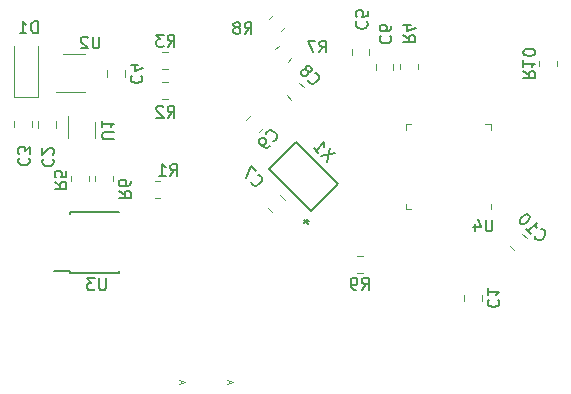
<source format=gbr>
%TF.GenerationSoftware,KiCad,Pcbnew,6.0.11+dfsg-1~bpo11+1*%
%TF.CreationDate,2023-05-28T01:22:36+00:00*%
%TF.ProjectId,PROGLOG01,50524f47-4c4f-4473-9031-2e6b69636164,B*%
%TF.SameCoordinates,Original*%
%TF.FileFunction,Legend,Bot*%
%TF.FilePolarity,Positive*%
%FSLAX46Y46*%
G04 Gerber Fmt 4.6, Leading zero omitted, Abs format (unit mm)*
G04 Created by KiCad (PCBNEW 6.0.11+dfsg-1~bpo11+1) date 2023-05-28 01:22:36*
%MOMM*%
%LPD*%
G01*
G04 APERTURE LIST*
%ADD10C,0.150000*%
%ADD11C,0.099060*%
%ADD12C,0.120000*%
G04 APERTURE END LIST*
D10*
%TO.C,U4*%
X204825504Y-126223780D02*
X204825504Y-127033304D01*
X204777885Y-127128542D01*
X204730266Y-127176161D01*
X204635028Y-127223780D01*
X204444552Y-127223780D01*
X204349314Y-127176161D01*
X204301695Y-127128542D01*
X204254076Y-127033304D01*
X204254076Y-126223780D01*
X203349314Y-126557114D02*
X203349314Y-127223780D01*
X203587409Y-126176161D02*
X203825504Y-126890447D01*
X203206457Y-126890447D01*
%TO.C,C3*%
X164768257Y-121019866D02*
X164720638Y-121067485D01*
X164673019Y-121210342D01*
X164673019Y-121305580D01*
X164720638Y-121448438D01*
X164815876Y-121543676D01*
X164911114Y-121591295D01*
X165101590Y-121638914D01*
X165244447Y-121638914D01*
X165434923Y-121591295D01*
X165530161Y-121543676D01*
X165625400Y-121448438D01*
X165673019Y-121305580D01*
X165673019Y-121210342D01*
X165625400Y-121067485D01*
X165577780Y-121019866D01*
X165673019Y-120686533D02*
X165673019Y-120067485D01*
X165292066Y-120400819D01*
X165292066Y-120257961D01*
X165244447Y-120162723D01*
X165196828Y-120115104D01*
X165101590Y-120067485D01*
X164863495Y-120067485D01*
X164768257Y-120115104D01*
X164720638Y-120162723D01*
X164673019Y-120257961D01*
X164673019Y-120543676D01*
X164720638Y-120638914D01*
X164768257Y-120686533D01*
%TO.C,U1*%
X172785019Y-119405304D02*
X171975495Y-119405304D01*
X171880257Y-119357685D01*
X171832638Y-119310066D01*
X171785019Y-119214828D01*
X171785019Y-119024352D01*
X171832638Y-118929114D01*
X171880257Y-118881495D01*
X171975495Y-118833876D01*
X172785019Y-118833876D01*
X171785019Y-117833876D02*
X171785019Y-118405304D01*
X171785019Y-118119590D02*
X172785019Y-118119590D01*
X172642161Y-118214828D01*
X172546923Y-118310066D01*
X172499304Y-118405304D01*
%TO.C,U2*%
X171551504Y-110729780D02*
X171551504Y-111539304D01*
X171503885Y-111634542D01*
X171456266Y-111682161D01*
X171361028Y-111729780D01*
X171170552Y-111729780D01*
X171075314Y-111682161D01*
X171027695Y-111634542D01*
X170980076Y-111539304D01*
X170980076Y-110729780D01*
X170551504Y-110825019D02*
X170503885Y-110777400D01*
X170408647Y-110729780D01*
X170170552Y-110729780D01*
X170075314Y-110777400D01*
X170027695Y-110825019D01*
X169980076Y-110920257D01*
X169980076Y-111015495D01*
X170027695Y-111158352D01*
X170599123Y-111729780D01*
X169980076Y-111729780D01*
%TO.C,C4*%
X174296857Y-114022166D02*
X174249238Y-114069785D01*
X174201619Y-114212642D01*
X174201619Y-114307880D01*
X174249238Y-114450738D01*
X174344476Y-114545976D01*
X174439714Y-114593595D01*
X174630190Y-114641214D01*
X174773047Y-114641214D01*
X174963523Y-114593595D01*
X175058761Y-114545976D01*
X175154000Y-114450738D01*
X175201619Y-114307880D01*
X175201619Y-114212642D01*
X175154000Y-114069785D01*
X175106380Y-114022166D01*
X174868285Y-113165023D02*
X174201619Y-113165023D01*
X175249238Y-113403119D02*
X174534952Y-113641214D01*
X174534952Y-113022166D01*
%TO.C,R3*%
X177331666Y-111577380D02*
X177665000Y-111101190D01*
X177903095Y-111577380D02*
X177903095Y-110577380D01*
X177522142Y-110577380D01*
X177426904Y-110625000D01*
X177379285Y-110672619D01*
X177331666Y-110767857D01*
X177331666Y-110910714D01*
X177379285Y-111005952D01*
X177426904Y-111053571D01*
X177522142Y-111101190D01*
X177903095Y-111101190D01*
X176998333Y-110577380D02*
X176379285Y-110577380D01*
X176712619Y-110958333D01*
X176569761Y-110958333D01*
X176474523Y-111005952D01*
X176426904Y-111053571D01*
X176379285Y-111148809D01*
X176379285Y-111386904D01*
X176426904Y-111482142D01*
X176474523Y-111529761D01*
X176569761Y-111577380D01*
X176855476Y-111577380D01*
X176950714Y-111529761D01*
X176998333Y-111482142D01*
%TO.C,R2*%
X177331666Y-117597180D02*
X177665000Y-117120990D01*
X177903095Y-117597180D02*
X177903095Y-116597180D01*
X177522142Y-116597180D01*
X177426904Y-116644800D01*
X177379285Y-116692419D01*
X177331666Y-116787657D01*
X177331666Y-116930514D01*
X177379285Y-117025752D01*
X177426904Y-117073371D01*
X177522142Y-117120990D01*
X177903095Y-117120990D01*
X176950714Y-116692419D02*
X176903095Y-116644800D01*
X176807857Y-116597180D01*
X176569761Y-116597180D01*
X176474523Y-116644800D01*
X176426904Y-116692419D01*
X176379285Y-116787657D01*
X176379285Y-116882895D01*
X176426904Y-117025752D01*
X176998333Y-117597180D01*
X176379285Y-117597180D01*
%TO.C,R8*%
X183859466Y-110510580D02*
X184192800Y-110034390D01*
X184430895Y-110510580D02*
X184430895Y-109510580D01*
X184049942Y-109510580D01*
X183954704Y-109558200D01*
X183907085Y-109605819D01*
X183859466Y-109701057D01*
X183859466Y-109843914D01*
X183907085Y-109939152D01*
X183954704Y-109986771D01*
X184049942Y-110034390D01*
X184430895Y-110034390D01*
X183288038Y-109939152D02*
X183383276Y-109891533D01*
X183430895Y-109843914D01*
X183478514Y-109748676D01*
X183478514Y-109701057D01*
X183430895Y-109605819D01*
X183383276Y-109558200D01*
X183288038Y-109510580D01*
X183097561Y-109510580D01*
X183002323Y-109558200D01*
X182954704Y-109605819D01*
X182907085Y-109701057D01*
X182907085Y-109748676D01*
X182954704Y-109843914D01*
X183002323Y-109891533D01*
X183097561Y-109939152D01*
X183288038Y-109939152D01*
X183383276Y-109986771D01*
X183430895Y-110034390D01*
X183478514Y-110129628D01*
X183478514Y-110320104D01*
X183430895Y-110415342D01*
X183383276Y-110462961D01*
X183288038Y-110510580D01*
X183097561Y-110510580D01*
X183002323Y-110462961D01*
X182954704Y-110415342D01*
X182907085Y-110320104D01*
X182907085Y-110129628D01*
X182954704Y-110034390D01*
X183002323Y-109986771D01*
X183097561Y-109939152D01*
%TO.C,R10*%
X207447619Y-113672857D02*
X207923809Y-114006190D01*
X207447619Y-114244285D02*
X208447619Y-114244285D01*
X208447619Y-113863333D01*
X208400000Y-113768095D01*
X208352380Y-113720476D01*
X208257142Y-113672857D01*
X208114285Y-113672857D01*
X208019047Y-113720476D01*
X207971428Y-113768095D01*
X207923809Y-113863333D01*
X207923809Y-114244285D01*
X207447619Y-112720476D02*
X207447619Y-113291904D01*
X207447619Y-113006190D02*
X208447619Y-113006190D01*
X208304761Y-113101428D01*
X208209523Y-113196666D01*
X208161904Y-113291904D01*
X208447619Y-112101428D02*
X208447619Y-112006190D01*
X208400000Y-111910952D01*
X208352380Y-111863333D01*
X208257142Y-111815714D01*
X208066666Y-111768095D01*
X207828571Y-111768095D01*
X207638095Y-111815714D01*
X207542857Y-111863333D01*
X207495238Y-111910952D01*
X207447619Y-112006190D01*
X207447619Y-112101428D01*
X207495238Y-112196666D01*
X207542857Y-112244285D01*
X207638095Y-112291904D01*
X207828571Y-112339523D01*
X208066666Y-112339523D01*
X208257142Y-112291904D01*
X208352380Y-112244285D01*
X208400000Y-112196666D01*
X208447619Y-112101428D01*
%TO.C,R9*%
X193778166Y-132150380D02*
X194111500Y-131674190D01*
X194349595Y-132150380D02*
X194349595Y-131150380D01*
X193968642Y-131150380D01*
X193873404Y-131198000D01*
X193825785Y-131245619D01*
X193778166Y-131340857D01*
X193778166Y-131483714D01*
X193825785Y-131578952D01*
X193873404Y-131626571D01*
X193968642Y-131674190D01*
X194349595Y-131674190D01*
X193301976Y-132150380D02*
X193111500Y-132150380D01*
X193016261Y-132102761D01*
X192968642Y-132055142D01*
X192873404Y-131912285D01*
X192825785Y-131721809D01*
X192825785Y-131340857D01*
X192873404Y-131245619D01*
X192921023Y-131198000D01*
X193016261Y-131150380D01*
X193206738Y-131150380D01*
X193301976Y-131198000D01*
X193349595Y-131245619D01*
X193397214Y-131340857D01*
X193397214Y-131578952D01*
X193349595Y-131674190D01*
X193301976Y-131721809D01*
X193206738Y-131769428D01*
X193016261Y-131769428D01*
X192921023Y-131721809D01*
X192873404Y-131674190D01*
X192825785Y-131578952D01*
%TO.C,R5*%
X167771819Y-123026466D02*
X168248009Y-123359800D01*
X167771819Y-123597895D02*
X168771819Y-123597895D01*
X168771819Y-123216942D01*
X168724200Y-123121704D01*
X168676580Y-123074085D01*
X168581342Y-123026466D01*
X168438485Y-123026466D01*
X168343247Y-123074085D01*
X168295628Y-123121704D01*
X168248009Y-123216942D01*
X168248009Y-123597895D01*
X168771819Y-122121704D02*
X168771819Y-122597895D01*
X168295628Y-122645514D01*
X168343247Y-122597895D01*
X168390866Y-122502657D01*
X168390866Y-122264561D01*
X168343247Y-122169323D01*
X168295628Y-122121704D01*
X168200390Y-122074085D01*
X167962295Y-122074085D01*
X167867057Y-122121704D01*
X167819438Y-122169323D01*
X167771819Y-122264561D01*
X167771819Y-122502657D01*
X167819438Y-122597895D01*
X167867057Y-122645514D01*
%TO.C,X1*%
X191514893Y-120602893D02*
X190336382Y-120838595D01*
X191043489Y-120131489D02*
X190807787Y-121310000D01*
X189696619Y-120198832D02*
X190100680Y-120602893D01*
X189898649Y-120400863D02*
X190605756Y-119693756D01*
X190572084Y-119862115D01*
X190572084Y-119996802D01*
X190605756Y-120097817D01*
X188918974Y-126549025D02*
X189087333Y-126380666D01*
X188851631Y-126279651D02*
X189087333Y-126380666D01*
X189188348Y-126616368D01*
X189121005Y-126144964D02*
X189087333Y-126380666D01*
X189323035Y-126346994D01*
%TO.C,C1*%
X204522857Y-132995966D02*
X204475238Y-133043585D01*
X204427619Y-133186442D01*
X204427619Y-133281680D01*
X204475238Y-133424538D01*
X204570476Y-133519776D01*
X204665714Y-133567395D01*
X204856190Y-133615014D01*
X204999047Y-133615014D01*
X205189523Y-133567395D01*
X205284761Y-133519776D01*
X205380000Y-133424538D01*
X205427619Y-133281680D01*
X205427619Y-133186442D01*
X205380000Y-133043585D01*
X205332380Y-132995966D01*
X204427619Y-132043585D02*
X204427619Y-132615014D01*
X204427619Y-132329300D02*
X205427619Y-132329300D01*
X205284761Y-132424538D01*
X205189523Y-132519776D01*
X205141904Y-132615014D01*
%TO.C,C2*%
X166800257Y-121096066D02*
X166752638Y-121143685D01*
X166705019Y-121286542D01*
X166705019Y-121381780D01*
X166752638Y-121524638D01*
X166847876Y-121619876D01*
X166943114Y-121667495D01*
X167133590Y-121715114D01*
X167276447Y-121715114D01*
X167466923Y-121667495D01*
X167562161Y-121619876D01*
X167657400Y-121524638D01*
X167705019Y-121381780D01*
X167705019Y-121286542D01*
X167657400Y-121143685D01*
X167609780Y-121096066D01*
X167609780Y-120715114D02*
X167657400Y-120667495D01*
X167705019Y-120572257D01*
X167705019Y-120334161D01*
X167657400Y-120238923D01*
X167609780Y-120191304D01*
X167514542Y-120143685D01*
X167419304Y-120143685D01*
X167276447Y-120191304D01*
X166705019Y-120762733D01*
X166705019Y-120143685D01*
%TO.C,R7*%
X190184066Y-112059980D02*
X190517400Y-111583790D01*
X190755495Y-112059980D02*
X190755495Y-111059980D01*
X190374542Y-111059980D01*
X190279304Y-111107600D01*
X190231685Y-111155219D01*
X190184066Y-111250457D01*
X190184066Y-111393314D01*
X190231685Y-111488552D01*
X190279304Y-111536171D01*
X190374542Y-111583790D01*
X190755495Y-111583790D01*
X189850733Y-111059980D02*
X189184066Y-111059980D01*
X189612638Y-112059980D01*
%TO.C,R6*%
X173207419Y-123788466D02*
X173683609Y-124121800D01*
X173207419Y-124359895D02*
X174207419Y-124359895D01*
X174207419Y-123978942D01*
X174159800Y-123883704D01*
X174112180Y-123836085D01*
X174016942Y-123788466D01*
X173874085Y-123788466D01*
X173778847Y-123836085D01*
X173731228Y-123883704D01*
X173683609Y-123978942D01*
X173683609Y-124359895D01*
X174207419Y-122931323D02*
X174207419Y-123121800D01*
X174159800Y-123217038D01*
X174112180Y-123264657D01*
X173969323Y-123359895D01*
X173778847Y-123407514D01*
X173397895Y-123407514D01*
X173302657Y-123359895D01*
X173255038Y-123312276D01*
X173207419Y-123217038D01*
X173207419Y-123026561D01*
X173255038Y-122931323D01*
X173302657Y-122883704D01*
X173397895Y-122836085D01*
X173635990Y-122836085D01*
X173731228Y-122883704D01*
X173778847Y-122931323D01*
X173826466Y-123026561D01*
X173826466Y-123217038D01*
X173778847Y-123312276D01*
X173731228Y-123359895D01*
X173635990Y-123407514D01*
D11*
%TO.C,D3*%
X178453203Y-140095998D02*
X178453203Y-139857721D01*
X178310237Y-140143653D02*
X178810617Y-139976860D01*
X178310237Y-139810066D01*
%TO.C,D2*%
X182517203Y-140095998D02*
X182517203Y-139857721D01*
X182374237Y-140143653D02*
X182874617Y-139976860D01*
X182374237Y-139810066D01*
D10*
%TO.C,D1*%
X166320695Y-110434380D02*
X166320695Y-109434380D01*
X166082600Y-109434380D01*
X165939742Y-109482000D01*
X165844504Y-109577238D01*
X165796885Y-109672476D01*
X165749266Y-109862952D01*
X165749266Y-110005809D01*
X165796885Y-110196285D01*
X165844504Y-110291523D01*
X165939742Y-110386761D01*
X166082600Y-110434380D01*
X166320695Y-110434380D01*
X164796885Y-110434380D02*
X165368314Y-110434380D01*
X165082600Y-110434380D02*
X165082600Y-109434380D01*
X165177838Y-109577238D01*
X165273076Y-109672476D01*
X165368314Y-109720095D01*
%TO.C,C6*%
X195375257Y-110656666D02*
X195327638Y-110704285D01*
X195280019Y-110847142D01*
X195280019Y-110942380D01*
X195327638Y-111085238D01*
X195422876Y-111180476D01*
X195518114Y-111228095D01*
X195708590Y-111275714D01*
X195851447Y-111275714D01*
X196041923Y-111228095D01*
X196137161Y-111180476D01*
X196232400Y-111085238D01*
X196280019Y-110942380D01*
X196280019Y-110847142D01*
X196232400Y-110704285D01*
X196184780Y-110656666D01*
X196280019Y-109799523D02*
X196280019Y-109990000D01*
X196232400Y-110085238D01*
X196184780Y-110132857D01*
X196041923Y-110228095D01*
X195851447Y-110275714D01*
X195470495Y-110275714D01*
X195375257Y-110228095D01*
X195327638Y-110180476D01*
X195280019Y-110085238D01*
X195280019Y-109894761D01*
X195327638Y-109799523D01*
X195375257Y-109751904D01*
X195470495Y-109704285D01*
X195708590Y-109704285D01*
X195803828Y-109751904D01*
X195851447Y-109799523D01*
X195899066Y-109894761D01*
X195899066Y-110085238D01*
X195851447Y-110180476D01*
X195803828Y-110228095D01*
X195708590Y-110275714D01*
%TO.C,C5*%
X193368657Y-109437466D02*
X193321038Y-109485085D01*
X193273419Y-109627942D01*
X193273419Y-109723180D01*
X193321038Y-109866038D01*
X193416276Y-109961276D01*
X193511514Y-110008895D01*
X193701990Y-110056514D01*
X193844847Y-110056514D01*
X194035323Y-110008895D01*
X194130561Y-109961276D01*
X194225800Y-109866038D01*
X194273419Y-109723180D01*
X194273419Y-109627942D01*
X194225800Y-109485085D01*
X194178180Y-109437466D01*
X194273419Y-108532704D02*
X194273419Y-109008895D01*
X193797228Y-109056514D01*
X193844847Y-109008895D01*
X193892466Y-108913657D01*
X193892466Y-108675561D01*
X193844847Y-108580323D01*
X193797228Y-108532704D01*
X193701990Y-108485085D01*
X193463895Y-108485085D01*
X193368657Y-108532704D01*
X193321038Y-108580323D01*
X193273419Y-108675561D01*
X193273419Y-108913657D01*
X193321038Y-109008895D01*
X193368657Y-109056514D01*
%TO.C,C9*%
X186267128Y-119565487D02*
X186334471Y-119565487D01*
X186469158Y-119498143D01*
X186536502Y-119430800D01*
X186603845Y-119296112D01*
X186603845Y-119161425D01*
X186570174Y-119060410D01*
X186469158Y-118892051D01*
X186368143Y-118791036D01*
X186199784Y-118690021D01*
X186098769Y-118656349D01*
X185964082Y-118656349D01*
X185829395Y-118723693D01*
X185762051Y-118791036D01*
X185694708Y-118925723D01*
X185694708Y-118993067D01*
X185997754Y-119969548D02*
X185863067Y-120104235D01*
X185762051Y-120137906D01*
X185694708Y-120137906D01*
X185526349Y-120104235D01*
X185357990Y-120003219D01*
X185088616Y-119733845D01*
X185054945Y-119632830D01*
X185054945Y-119565487D01*
X185088616Y-119464471D01*
X185223303Y-119329784D01*
X185324319Y-119296112D01*
X185391662Y-119296112D01*
X185492677Y-119329784D01*
X185661036Y-119498143D01*
X185694708Y-119599158D01*
X185694708Y-119666502D01*
X185661036Y-119767517D01*
X185526349Y-119902204D01*
X185425334Y-119935876D01*
X185357990Y-119935876D01*
X185256975Y-119902204D01*
%TO.C,U3*%
X172110304Y-131202180D02*
X172110304Y-132011704D01*
X172062685Y-132106942D01*
X172015066Y-132154561D01*
X171919828Y-132202180D01*
X171729352Y-132202180D01*
X171634114Y-132154561D01*
X171586495Y-132106942D01*
X171538876Y-132011704D01*
X171538876Y-131202180D01*
X171157923Y-131202180D02*
X170538876Y-131202180D01*
X170872209Y-131583133D01*
X170729352Y-131583133D01*
X170634114Y-131630752D01*
X170586495Y-131678371D01*
X170538876Y-131773609D01*
X170538876Y-132011704D01*
X170586495Y-132106942D01*
X170634114Y-132154561D01*
X170729352Y-132202180D01*
X171015066Y-132202180D01*
X171110304Y-132154561D01*
X171157923Y-132106942D01*
%TO.C,R1*%
X177560266Y-122524780D02*
X177893600Y-122048590D01*
X178131695Y-122524780D02*
X178131695Y-121524780D01*
X177750742Y-121524780D01*
X177655504Y-121572400D01*
X177607885Y-121620019D01*
X177560266Y-121715257D01*
X177560266Y-121858114D01*
X177607885Y-121953352D01*
X177655504Y-122000971D01*
X177750742Y-122048590D01*
X178131695Y-122048590D01*
X176607885Y-122524780D02*
X177179314Y-122524780D01*
X176893600Y-122524780D02*
X176893600Y-121524780D01*
X176988838Y-121667638D01*
X177084076Y-121762876D01*
X177179314Y-121810495D01*
%TO.C,C10*%
X208412250Y-127623648D02*
X208412250Y-127690992D01*
X208479594Y-127825679D01*
X208546937Y-127893022D01*
X208681624Y-127960366D01*
X208816311Y-127960366D01*
X208917326Y-127926694D01*
X209085685Y-127825679D01*
X209186700Y-127724664D01*
X209287716Y-127556305D01*
X209321387Y-127455290D01*
X209321387Y-127320603D01*
X209254044Y-127185916D01*
X209186700Y-127118572D01*
X209052013Y-127051229D01*
X208984670Y-127051229D01*
X207671471Y-127017557D02*
X208075532Y-127421618D01*
X207873502Y-127219587D02*
X208580609Y-126512480D01*
X208546937Y-126680839D01*
X208546937Y-126815526D01*
X208580609Y-126916541D01*
X207940845Y-125872717D02*
X207873502Y-125805374D01*
X207772487Y-125771702D01*
X207705143Y-125771702D01*
X207604128Y-125805374D01*
X207435769Y-125906389D01*
X207267410Y-126074748D01*
X207166395Y-126243106D01*
X207132723Y-126344122D01*
X207132723Y-126411465D01*
X207166395Y-126512480D01*
X207233739Y-126579824D01*
X207334754Y-126613496D01*
X207402097Y-126613496D01*
X207503113Y-126579824D01*
X207671471Y-126478809D01*
X207839830Y-126310450D01*
X207940845Y-126142091D01*
X207974517Y-126041076D01*
X207974517Y-125973732D01*
X207940845Y-125872717D01*
%TO.C,C7*%
X184421712Y-123001589D02*
X184421712Y-123068932D01*
X184489056Y-123203619D01*
X184556400Y-123270963D01*
X184691087Y-123338306D01*
X184825774Y-123338306D01*
X184926789Y-123304635D01*
X185095148Y-123203619D01*
X185196163Y-123102604D01*
X185297178Y-122934245D01*
X185330850Y-122833230D01*
X185330850Y-122698543D01*
X185263506Y-122563856D01*
X185196163Y-122496512D01*
X185061476Y-122429169D01*
X184994132Y-122429169D01*
X184825774Y-122126123D02*
X184354369Y-121654719D01*
X183950308Y-122664871D01*
%TO.C,C8*%
X189247712Y-114390989D02*
X189247712Y-114458332D01*
X189315056Y-114593019D01*
X189382400Y-114660363D01*
X189517087Y-114727706D01*
X189651774Y-114727706D01*
X189752789Y-114694035D01*
X189921148Y-114593019D01*
X190022163Y-114492004D01*
X190123178Y-114323645D01*
X190156850Y-114222630D01*
X190156850Y-114087943D01*
X190089506Y-113953256D01*
X190022163Y-113885912D01*
X189887476Y-113818569D01*
X189820132Y-113818569D01*
X189180369Y-113650210D02*
X189281384Y-113683882D01*
X189348728Y-113683882D01*
X189449743Y-113650210D01*
X189483415Y-113616538D01*
X189517087Y-113515523D01*
X189517087Y-113448180D01*
X189483415Y-113347164D01*
X189348728Y-113212477D01*
X189247712Y-113178806D01*
X189180369Y-113178806D01*
X189079354Y-113212477D01*
X189045682Y-113246149D01*
X189012010Y-113347164D01*
X189012010Y-113414508D01*
X189045682Y-113515523D01*
X189180369Y-113650210D01*
X189214041Y-113751225D01*
X189214041Y-113818569D01*
X189180369Y-113919584D01*
X189045682Y-114054271D01*
X188944667Y-114087943D01*
X188877323Y-114087943D01*
X188776308Y-114054271D01*
X188641621Y-113919584D01*
X188607949Y-113818569D01*
X188607949Y-113751225D01*
X188641621Y-113650210D01*
X188776308Y-113515523D01*
X188877323Y-113481851D01*
X188944667Y-113481851D01*
X189045682Y-113515523D01*
%TO.C,R4*%
X197286619Y-110631266D02*
X197762809Y-110964600D01*
X197286619Y-111202695D02*
X198286619Y-111202695D01*
X198286619Y-110821742D01*
X198239000Y-110726504D01*
X198191380Y-110678885D01*
X198096142Y-110631266D01*
X197953285Y-110631266D01*
X197858047Y-110678885D01*
X197810428Y-110726504D01*
X197762809Y-110821742D01*
X197762809Y-111202695D01*
X197953285Y-109774123D02*
X197286619Y-109774123D01*
X198334238Y-110012219D02*
X197619952Y-110250314D01*
X197619952Y-109631266D01*
D12*
%TO.C,U4*%
X204701800Y-118144900D02*
X204226800Y-118144900D01*
X197481800Y-118144900D02*
X197956800Y-118144900D01*
X197481800Y-118619900D02*
X197481800Y-118144900D01*
X197481800Y-125364900D02*
X197956800Y-125364900D01*
X204701800Y-118619900D02*
X204701800Y-118144900D01*
X204701800Y-124889900D02*
X204701800Y-125364900D01*
X197481800Y-124889900D02*
X197481800Y-125364900D01*
%TO.C,C3*%
X164365000Y-117848748D02*
X164365000Y-118371252D01*
X165835000Y-117848748D02*
X165835000Y-118371252D01*
%TO.C,U1*%
X171213000Y-117918000D02*
X171213000Y-119318000D01*
X168893000Y-119318000D02*
X168893000Y-117418000D01*
%TO.C,U2*%
X168518000Y-112182000D02*
X170318000Y-112182000D01*
X170318000Y-115402000D02*
X167868000Y-115402000D01*
%TO.C,C4*%
X172239000Y-114116752D02*
X172239000Y-113594248D01*
X173709000Y-114116752D02*
X173709000Y-113594248D01*
%TO.C,R3*%
X176874436Y-112041000D02*
X177328564Y-112041000D01*
X176874436Y-113511000D02*
X177328564Y-113511000D01*
%TO.C,R2*%
X176874436Y-116051000D02*
X177328564Y-116051000D01*
X176874436Y-114581000D02*
X177328564Y-114581000D01*
%TO.C,R8*%
X186934446Y-110269001D02*
X187255563Y-109947884D01*
X185894999Y-109229554D02*
X186216116Y-108908437D01*
%TO.C,R10*%
X208815000Y-112802936D02*
X208815000Y-113257064D01*
X210285000Y-112802936D02*
X210285000Y-113257064D01*
%TO.C,R9*%
X193384436Y-129313000D02*
X193838564Y-129313000D01*
X193384436Y-130783000D02*
X193838564Y-130783000D01*
%TO.C,R5*%
X169191000Y-122518436D02*
X169191000Y-122972564D01*
X170661000Y-122518436D02*
X170661000Y-122972564D01*
D10*
%TO.C,X1*%
X189485396Y-125454138D02*
X191748138Y-123191396D01*
X185949862Y-121918604D02*
X189485396Y-125454138D01*
X191748138Y-123191396D02*
X188212604Y-119655862D01*
X188212604Y-119655862D02*
X185949862Y-121918604D01*
D12*
%TO.C,C1*%
X202465000Y-133090552D02*
X202465000Y-132568048D01*
X203935000Y-133090552D02*
X203935000Y-132568048D01*
%TO.C,C2*%
X166397000Y-117912248D02*
X166397000Y-118434752D01*
X167867000Y-117912248D02*
X167867000Y-118434752D01*
%TO.C,R7*%
X186453799Y-111820354D02*
X186774916Y-111499237D01*
X187493246Y-112859801D02*
X187814363Y-112538684D01*
%TO.C,R6*%
X172693000Y-122518436D02*
X172693000Y-122972564D01*
X171223000Y-122518436D02*
X171223000Y-122972564D01*
%TO.C,D1*%
X166354000Y-111562000D02*
X166354000Y-115862000D01*
X166354000Y-115862000D02*
X164354000Y-115862000D01*
X164354000Y-115862000D02*
X164354000Y-111562000D01*
%TO.C,C6*%
X194972000Y-113545252D02*
X194972000Y-113022748D01*
X196442000Y-113545252D02*
X196442000Y-113022748D01*
%TO.C,C5*%
X194410000Y-112262552D02*
X194410000Y-111740048D01*
X192940000Y-112262552D02*
X192940000Y-111740048D01*
%TO.C,C9*%
X184004343Y-117775010D02*
X184373810Y-117405543D01*
X185043790Y-118814457D02*
X185413257Y-118444990D01*
D10*
%TO.C,U3*%
X169105760Y-130730700D02*
X169105760Y-130585700D01*
X173255760Y-130730700D02*
X173255760Y-130585700D01*
X169105760Y-130730700D02*
X173255760Y-130730700D01*
X169105760Y-125580700D02*
X173255760Y-125580700D01*
X169105760Y-125580700D02*
X169105760Y-125725700D01*
X169105760Y-130585700D02*
X167705760Y-130585700D01*
D12*
%TO.C,R1*%
X176693564Y-124433000D02*
X176239436Y-124433000D01*
X176693564Y-122963000D02*
X176239436Y-122963000D01*
%TO.C,C10*%
X206687291Y-128808938D02*
X206317824Y-128439471D01*
X207726738Y-127769491D02*
X207357271Y-127400024D01*
%TO.C,C7*%
X187242476Y-124544529D02*
X186873009Y-124175062D01*
X186203029Y-125583976D02*
X185833562Y-125214509D01*
%TO.C,C8*%
X187433343Y-115701790D02*
X187802810Y-116071257D01*
X188472790Y-114662343D02*
X188842257Y-115031810D01*
%TO.C,R4*%
X197029400Y-113511064D02*
X197029400Y-113056936D01*
X198499400Y-113511064D02*
X198499400Y-113056936D01*
%TD*%
M02*

</source>
